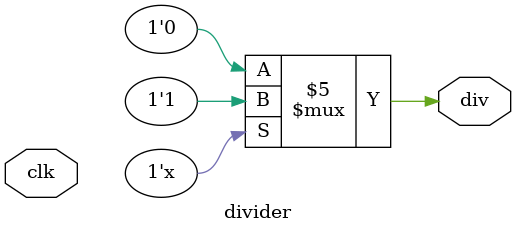
<source format=v>
`timescale 1ns / 1ns
module counter_top (
    main_clock,
    reset,
    load_comm,
    load_data,
    direction,
    led_out1,
    led_out2,
    led_out3
);
  input main_clock;
  input reset, load_comm;
  input direction;
  input [11:0] load_data;
  output wire [6:0] led_out1, led_out2, led_out3;

  wire [3:0] data_1, data_2, data_3;
  wire div;
  wire [2:0] cout, flag_zero;

  divider #(.MAIN_FREQ(32'd50)) Div_mainclock
   (
      .clk(main_clock),
      .div(div)
  );

  decimal_counter ctr1 (
      .clk(main_clock),
      .en(div),
      .reset(reset),
      .direction(direction),
      .load(load_comm),
      .data_load(load_data[3:0]),
      .carr_in(4'd0),
      .carr_out(cout[0]),
      .count(data_1)
  );

  decimal_counter ctr2 (
      .clk(main_clock),
      .en(div),
      .reset(reset),
      .direction(direction),
      .load(load_comm),
      .data_load(load_data[7:4]),
      .carr_in(cout[0]),
      .carr_out(cout[1]),
      .count(data_2)
  );

  decimal_counter ctr3 (
      .clk(main_clock),
      .en(div),
      .reset(reset),
      .direction(direction),
      .load(load_comm),
      .data_load(load_data[11:8]),
      .carr_in(cout[1]),
      .carr_out(cout[2]),
      .count(data_3)
  );

  led_decoder led1 (
    .kill_zero (1'b0),
    .flag_zero (flag_zero[0]),
    .data (data_1),
    .led_wire (led_out1)
  );

  led_decoder led2 (
    .kill_zero (flag_zero[0]),
    .flag_zero (flag_zero[1]),
    .data (data_2),
    .led_wire (led_out2)
  );
  led_decoder led3 (
    .kill_zero (flag_zero[1]),
    .flag_zero (flag_zero[2]),
    .data (data_3),
    .led_wire (led_out3)
  );

endmodule

module divider (
    input  wire clk,
    output reg  div
);

  parameter MAIN_FREQ = 32'd50_000;

  reg [31:0] time_count;

  always @(clk) begin
    if (time_count == MAIN_FREQ) begin
      time_count <= 32'd0;
      div <= 1;
    end else begin
      time_count <= time_count + 32'd1;
      div <= 0;
    end
  end

endmodule

</source>
